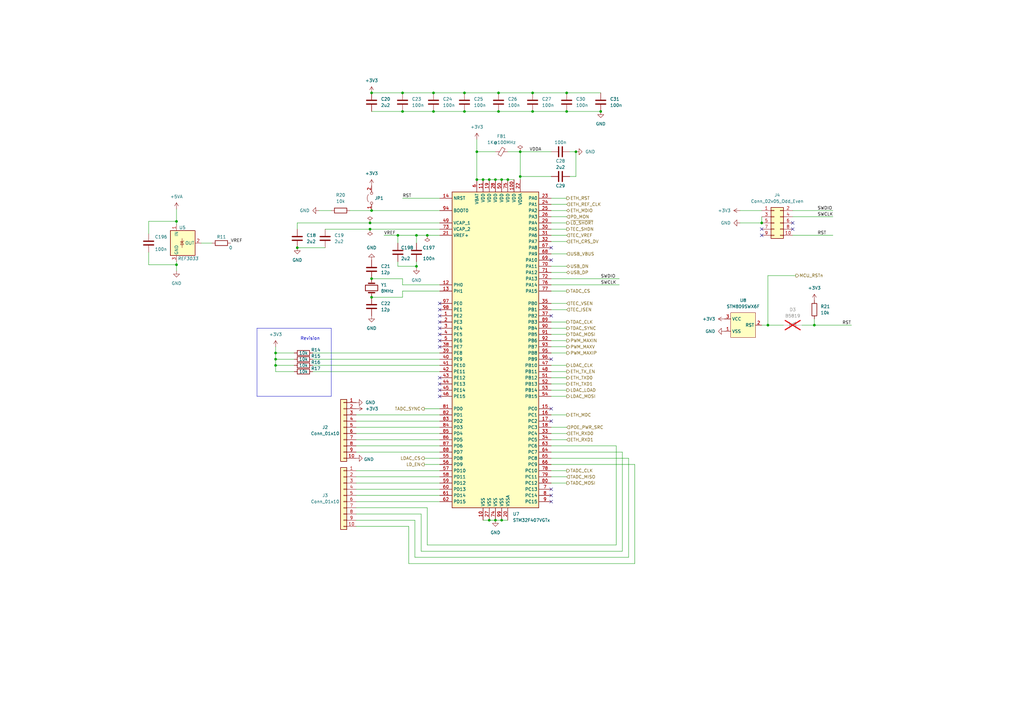
<source format=kicad_sch>
(kicad_sch (version 20230121) (generator eeschema)
  (paper "A3")
  (title_block (title "Kirdy") (date "2022-07-03") (rev "r0.1") (company "M-Labs") (comment 1 "Alex Wong Tat Hang"))
  (lib_symbols
    (symbol "Connector_Generic:Conn_01x10" (pin_names (offset 1.016) hide)
      (property "Reference" "J" (at 0 12.7 0))
      (property "Value" "Conn_01x10" (at 0 -15.24 0))
      (symbol "Conn_01x10_1_1"
        (rectangle (start -1.27 -12.573) (end 0 -12.827) (stroke (width 0.1524)))
        (rectangle (start -1.27 -10.033) (end 0 -10.287) (stroke (width 0.1524)))
        (rectangle (start -1.27 -7.493) (end 0 -7.747) (stroke (width 0.1524)))
        (rectangle (start -1.27 -4.953) (end 0 -5.207) (stroke (width 0.1524)))
        (rectangle (start -1.27 -2.413) (end 0 -2.667) (stroke (width 0.1524)))
        (rectangle (start -1.27 0.127) (end 0 -0.127) (stroke (width 0.1524)))
        (rectangle (start -1.27 2.667) (end 0 2.413) (stroke (width 0.1524)))
        (rectangle (start -1.27 5.207) (end 0 4.953) (stroke (width 0.1524)))
        (rectangle (start -1.27 7.747) (end 0 7.493) (stroke (width 0.1524)))
        (rectangle (start -1.27 10.287) (end 0 10.033) (stroke (width 0.1524)))
        (rectangle (start -1.27 11.43) (end 1.27 -13.97) (stroke (width 0.254)) (fill (type background)))
        (pin passive line (at -5.08 10.16 0) (length 3.81) (name "Pin_1") (number "1"))
        (pin passive line (at -5.08 -12.7 0) (length 3.81) (name "Pin_10") (number "10"))
        (pin passive line (at -5.08 7.62 0) (length 3.81) (name "Pin_2") (number "2"))
        (pin passive line (at -5.08 5.08 0) (length 3.81) (name "Pin_3") (number "3"))
        (pin passive line (at -5.08 2.54 0) (length 3.81) (name "Pin_4") (number "4"))
        (pin passive line (at -5.08 0 0) (length 3.81) (name "Pin_5") (number "5"))
        (pin passive line (at -5.08 -2.54 0) (length 3.81) (name "Pin_6") (number "6"))
        (pin passive line (at -5.08 -5.08 0) (length 3.81) (name "Pin_7") (number "7"))
        (pin passive line (at -5.08 -7.62 0) (length 3.81) (name "Pin_8") (number "8"))
        (pin passive line (at -5.08 -10.16 0) (length 3.81) (name "Pin_9") (number "9"))
      )
    )
    (symbol "Connector_Generic:Conn_02x05_Odd_Even" (pin_names (offset 1.016) hide)
      (property "Reference" "J" (at 1.27 7.62 0))
      (property "Value" "Conn_02x05_Odd_Even" (at 1.27 -7.62 0))
      (symbol "Conn_02x05_Odd_Even_1_1"
        (rectangle (start -1.27 -4.953) (end 0 -5.207) (stroke (width 0.1524)))
        (rectangle (start -1.27 -2.413) (end 0 -2.667) (stroke (width 0.1524)))
        (rectangle (start -1.27 0.127) (end 0 -0.127) (stroke (width 0.1524)))
        (rectangle (start -1.27 2.667) (end 0 2.413) (stroke (width 0.1524)))
        (rectangle (start -1.27 5.207) (end 0 4.953) (stroke (width 0.1524)))
        (rectangle (start -1.27 6.35) (end 3.81 -6.35) (stroke (width 0.254)) (fill (type background)))
        (rectangle (start 3.81 -4.953) (end 2.54 -5.207) (stroke (width 0.1524)))
        (rectangle (start 3.81 -2.413) (end 2.54 -2.667) (stroke (width 0.1524)))
        (rectangle (start 3.81 0.127) (end 2.54 -0.127) (stroke (width 0.1524)))
        (rectangle (start 3.81 2.667) (end 2.54 2.413) (stroke (width 0.1524)))
        (rectangle (start 3.81 5.207) (end 2.54 4.953) (stroke (width 0.1524)))
        (pin passive line (at -5.08 5.08 0) (length 3.81) (name "Pin_1") (number "1"))
        (pin passive line (at 7.62 -5.08 180) (length 3.81) (name "Pin_10") (number "10"))
        (pin passive line (at 7.62 5.08 180) (length 3.81) (name "Pin_2") (number "2"))
        (pin passive line (at -5.08 2.54 0) (length 3.81) (name "Pin_3") (number "3"))
        (pin passive line (at 7.62 2.54 180) (length 3.81) (name "Pin_4") (number "4"))
        (pin passive line (at -5.08 0 0) (length 3.81) (name "Pin_5") (number "5"))
        (pin passive line (at 7.62 0 180) (length 3.81) (name "Pin_6") (number "6"))
        (pin passive line (at -5.08 -2.54 0) (length 3.81) (name "Pin_7") (number "7"))
        (pin passive line (at 7.62 -2.54 180) (length 3.81) (name "Pin_8") (number "8"))
        (pin passive line (at -5.08 -5.08 0) (length 3.81) (name "Pin_9") (number "9"))
      )
    )
    (symbol "Device:C" (pin_numbers hide) (pin_names (offset 0.254))
      (property "Reference" "C" (at 0.635 2.54 0))
      (property "Value" "C" (at 0.635 -2.54 0))
      (symbol "C_0_1"
        (polyline (pts (xy -2.032 -0.762) (xy 2.032 -0.762)) (stroke (width 0.508)))
        (polyline (pts (xy -2.032 0.762) (xy 2.032 0.762)) (stroke (width 0.508)))
      )
      (symbol "C_1_1"
        (pin passive line (at 0 3.81 270) (length 2.794) (name "~") (number "1"))
        (pin passive line (at 0 -3.81 90) (length 2.794) (name "~") (number "2"))
      )
    )
    (symbol "Device:Crystal" (pin_numbers hide) (pin_names (offset 1.016) hide)
      (property "Reference" "Y" (at 0 3.81 0))
      (property "Value" "Crystal" (at 0 -3.81 0))
      (symbol "Crystal_0_1"
        (rectangle (start -1.143 2.54) (end 1.143 -2.54) (stroke (width 0.3048)))
        (polyline (pts (xy -2.54 0) (xy -1.905 0)))
        (polyline (pts (xy -1.905 -1.27) (xy -1.905 1.27)) (stroke (width 0.508)))
        (polyline (pts (xy 1.905 -1.27) (xy 1.905 1.27)) (stroke (width 0.508)))
        (polyline (pts (xy 2.54 0) (xy 1.905 0)))
      )
      (symbol "Crystal_1_1"
        (pin passive line (at -3.81 0 0) (length 1.27) (name "1") (number "1"))
        (pin passive line (at 3.81 0 180) (length 1.27) (name "2") (number "2"))
      )
    )
    (symbol "Device:D_Shockley" (pin_numbers hide) (pin_names (offset 1.016) hide)
      (property "Reference" "D" (at 0 2.54 0))
      (property "Value" "D_Shockley" (at 0 -2.54 0))
      (symbol "D_Shockley_0_1"
        (polyline (pts (xy -1.27 0) (xy 1.27 0)))
        (polyline (pts (xy -1.27 1.27) (xy -1.27 -1.27)) (stroke (width 0.254)))
        (polyline (pts (xy -1.27 0) (xy 1.27 1.27) (xy 1.27 -1.27)) (stroke (width 0.254)))
      )
      (symbol "D_Shockley_1_1"
        (pin passive line (at -3.81 0 0) (length 2.54) (name "K") (number "1"))
        (pin passive line (at 3.81 0 180) (length 2.54) (name "A") (number "2"))
      )
    )
    (symbol "Device:FerriteBead_Small" (pin_numbers hide) (pin_names (offset 0))
      (property "Reference" "FB" (at 1.905 1.27 0))
      (property "Value" "FerriteBead_Small" (at 1.905 -1.27 0))
      (symbol "FerriteBead_Small_0_1"
        (polyline (pts (xy 0 -1.27) (xy 0 -0.7874)))
        (polyline (pts (xy 0 0.889) (xy 0 1.2954)))
        (polyline (pts (xy -1.8288 0.2794) (xy -1.1176 1.4986) (xy 1.8288 -0.2032) (xy 1.1176 -1.4224) (xy -1.8288 0.2794)))
      )
      (symbol "FerriteBead_Small_1_1"
        (pin passive line (at 0 2.54 270) (length 1.27) (name "~") (number "1"))
        (pin passive line (at 0 -2.54 90) (length 1.27) (name "~") (number "2"))
      )
    )
    (symbol "Device:R" (pin_numbers hide) (pin_names (offset 0))
      (property "Reference" "R" (at 2.032 0 90))
      (property "Value" "R" (at 0 0 90))
      (symbol "R_0_1"
        (rectangle (start -1.016 -2.54) (end 1.016 2.54) (stroke (width 0.254)))
      )
      (symbol "R_1_1"
        (pin passive line (at 0 3.81 270) (length 1.27) (name "~") (number "1"))
        (pin passive line (at 0 -3.81 90) (length 1.27) (name "~") (number "2"))
      )
    )
    (symbol "Jumper:Jumper_2_Open" (pin_names (offset 0) hide)
      (property "Reference" "JP" (at 0 2.794 0))
      (property "Value" "Jumper_2_Open" (at 0 -2.286 0))
      (symbol "Jumper_2_Open_0_0"
        (circle (center -2.032 0) (radius 0.508))
        (circle (center 2.032 0) (radius 0.508))
      )
      (symbol "Jumper_2_Open_0_1"
        (arc (start 1.524 1.27) (mid 0 1.778) (end -1.524 1.27))
      )
      (symbol "Jumper_2_Open_1_1"
        (pin passive line (at -5.08 0 0) (length 2.54) (name "A") (number "1"))
        (pin passive line (at 5.08 0 180) (length 2.54) (name "B") (number "2"))
      )
    )
    (symbol "MCU_ST_STM32F4:STM32F407VGTx"
      (property "Reference" "U" (at -17.78 64.77 0))
      (property "Value" "STM32F407VGTx" (at 12.7 64.77 0))
      (symbol "STM32F407VGTx_0_1"
        (rectangle (start -17.78 -66.04) (end 17.78 63.5) (stroke (width 0.254)) (fill (type background)))
      )
      (symbol "STM32F407VGTx_1_1"
        (pin bidirectional line (at -22.86 12.7 0) (length 5.08) (name "PE2") (number "1"))
        (pin power_in line (at -5.08 -71.12 90) (length 5.08) (name "VSS") (number "10"))
        (pin power_in line (at 7.62 68.58 270) (length 5.08) (name "VDD") (number "100"))
        (pin power_in line (at -5.08 68.58 270) (length 5.08) (name "VDD") (number "11"))
        (pin input line (at -22.86 25.4 0) (length 5.08) (name "PH0") (number "12"))
        (pin input line (at -22.86 22.86 0) (length 5.08) (name "PH1") (number "13"))
        (pin input line (at -22.86 60.96 0) (length 5.08) (name "NRST") (number "14"))
        (pin bidirectional line (at 22.86 -25.4 180) (length 5.08) (name "PC0") (number "15"))
        (pin bidirectional line (at 22.86 -27.94 180) (length 5.08) (name "PC1") (number "16"))
        (pin bidirectional line (at 22.86 -30.48 180) (length 5.08) (name "PC2") (number "17"))
        (pin bidirectional line (at 22.86 -33.02 180) (length 5.08) (name "PC3") (number "18"))
        (pin power_in line (at -2.54 68.58 270) (length 5.08) (name "VDD") (number "19"))
        (pin bidirectional line (at -22.86 10.16 0) (length 5.08) (name "PE3") (number "2"))
        (pin power_in line (at 5.08 -71.12 90) (length 5.08) (name "VSSA") (number "20"))
        (pin power_in line (at -22.86 45.72 0) (length 5.08) (name "VREF+") (number "21"))
        (pin power_in line (at 10.16 68.58 270) (length 5.08) (name "VDDA") (number "22"))
        (pin bidirectional line (at 22.86 60.96 180) (length 5.08) (name "PA0") (number "23"))
        (pin bidirectional line (at 22.86 58.42 180) (length 5.08) (name "PA1") (number "24"))
        (pin bidirectional line (at 22.86 55.88 180) (length 5.08) (name "PA2") (number "25"))
        (pin bidirectional line (at 22.86 53.34 180) (length 5.08) (name "PA3") (number "26"))
        (pin power_in line (at -2.54 -71.12 90) (length 5.08) (name "VSS") (number "27"))
        (pin power_in line (at 0 68.58 270) (length 5.08) (name "VDD") (number "28"))
        (pin bidirectional line (at 22.86 50.8 180) (length 5.08) (name "PA4") (number "29"))
        (pin bidirectional line (at -22.86 7.62 0) (length 5.08) (name "PE4") (number "3"))
        (pin bidirectional line (at 22.86 48.26 180) (length 5.08) (name "PA5") (number "30"))
        (pin bidirectional line (at 22.86 45.72 180) (length 5.08) (name "PA6") (number "31"))
        (pin bidirectional line (at 22.86 43.18 180) (length 5.08) (name "PA7") (number "32"))
        (pin bidirectional line (at 22.86 -35.56 180) (length 5.08) (name "PC4") (number "33"))
        (pin bidirectional line (at 22.86 -38.1 180) (length 5.08) (name "PC5") (number "34"))
        (pin bidirectional line (at 22.86 17.78 180) (length 5.08) (name "PB0") (number "35"))
        (pin bidirectional line (at 22.86 15.24 180) (length 5.08) (name "PB1") (number "36"))
        (pin bidirectional line (at 22.86 12.7 180) (length 5.08) (name "PB2") (number "37"))
        (pin bidirectional line (at -22.86 0 0) (length 5.08) (name "PE7") (number "38"))
        (pin bidirectional line (at -22.86 -2.54 0) (length 5.08) (name "PE8") (number "39"))
        (pin bidirectional line (at -22.86 5.08 0) (length 5.08) (name "PE5") (number "4"))
        (pin bidirectional line (at -22.86 -5.08 0) (length 5.08) (name "PE9") (number "40"))
        (pin bidirectional line (at -22.86 -7.62 0) (length 5.08) (name "PE10") (number "41"))
        (pin bidirectional line (at -22.86 -10.16 0) (length 5.08) (name "PE11") (number "42"))
        (pin bidirectional line (at -22.86 -12.7 0) (length 5.08) (name "PE12") (number "43"))
        (pin bidirectional line (at -22.86 -15.24 0) (length 5.08) (name "PE13") (number "44"))
        (pin bidirectional line (at -22.86 -17.78 0) (length 5.08) (name "PE14") (number "45"))
        (pin bidirectional line (at -22.86 -20.32 0) (length 5.08) (name "PE15") (number "46"))
        (pin bidirectional line (at 22.86 -7.62 180) (length 5.08) (name "PB10") (number "47"))
        (pin bidirectional line (at 22.86 -10.16 180) (length 5.08) (name "PB11") (number "48"))
        (pin power_in line (at -22.86 50.8 0) (length 5.08) (name "VCAP_1") (number "49"))
        (pin bidirectional line (at -22.86 2.54 0) (length 5.08) (name "PE6") (number "5"))
        (pin power_in line (at 2.54 68.58 270) (length 5.08) (name "VDD") (number "50"))
        (pin bidirectional line (at 22.86 -12.7 180) (length 5.08) (name "PB12") (number "51"))
        (pin bidirectional line (at 22.86 -15.24 180) (length 5.08) (name "PB13") (number "52"))
        (pin bidirectional line (at 22.86 -17.78 180) (length 5.08) (name "PB14") (number "53"))
        (pin bidirectional line (at 22.86 -20.32 180) (length 5.08) (name "PB15") (number "54"))
        (pin bidirectional line (at -22.86 -45.72 0) (length 5.08) (name "PD8") (number "55"))
        (pin bidirectional line (at -22.86 -48.26 0) (length 5.08) (name "PD9") (number "56"))
        (pin bidirectional line (at -22.86 -50.8 0) (length 5.08) (name "PD10") (number "57"))
        (pin bidirectional line (at -22.86 -53.34 0) (length 5.08) (name "PD11") (number "58"))
        (pin bidirectional line (at -22.86 -55.88 0) (length 5.08) (name "PD12") (number "59"))
        (pin power_in line (at -7.62 68.58 270) (length 5.08) (name "VBAT") (number "6"))
        (pin bidirectional line (at -22.86 -58.42 0) (length 5.08) (name "PD13") (number "60"))
        (pin bidirectional line (at -22.86 -60.96 0) (length 5.08) (name "PD14") (number "61"))
        (pin bidirectional line (at -22.86 -63.5 0) (length 5.08) (name "PD15") (number "62"))
        (pin bidirectional line (at 22.86 -40.64 180) (length 5.08) (name "PC6") (number "63"))
        (pin bidirectional line (at 22.86 -43.18 180) (length 5.08) (name "PC7") (number "64"))
        (pin bidirectional line (at 22.86 -45.72 180) (length 5.08) (name "PC8") (number "65"))
        (pin bidirectional line (at 22.86 -48.26 180) (length 5.08) (name "PC9") (number "66"))
        (pin bidirectional line (at 22.86 40.64 180) (length 5.08) (name "PA8") (number "67"))
        (pin bidirectional line (at 22.86 38.1 180) (length 5.08) (name "PA9") (number "68"))
        (pin bidirectional line (at 22.86 35.56 180) (length 5.08) (name "PA10") (number "69"))
        (pin bidirectional line (at 22.86 -58.42 180) (length 5.08) (name "PC13") (number "7"))
        (pin bidirectional line (at 22.86 33.02 180) (length 5.08) (name "PA11") (number "70"))
        (pin bidirectional line (at 22.86 30.48 180) (length 5.08) (name "PA12") (number "71"))
        (pin bidirectional line (at 22.86 27.94 180) (length 5.08) (name "PA13") (number "72"))
        (pin power_in line (at -22.86 48.26 0) (length 5.08) (name "VCAP_2") (number "73"))
        (pin power_in line (at 0 -71.12 90) (length 5.08) (name "VSS") (number "74"))
        (pin power_in line (at 5.08 68.58 270) (length 5.08) (name "VDD") (number "75"))
        (pin bidirectional line (at 22.86 25.4 180) (length 5.08) (name "PA14") (number "76"))
        (pin bidirectional line (at 22.86 22.86 180) (length 5.08) (name "PA15") (number "77"))
        (pin bidirectional line (at 22.86 -50.8 180) (length 5.08) (name "PC10") (number "78"))
        (pin bidirectional line (at 22.86 -53.34 180) (length 5.08) (name "PC11") (number "79"))
        (pin bidirectional line (at 22.86 -60.96 180) (length 5.08) (name "PC14") (number "8"))
        (pin bidirectional line (at 22.86 -55.88 180) (length 5.08) (name "PC12") (number "80"))
        (pin bidirectional line (at -22.86 -25.4 0) (length 5.08) (name "PD0") (number "81"))
        (pin bidirectional line (at -22.86 -27.94 0) (length 5.08) (name "PD1") (number "82"))
        (pin bidirectional line (at -22.86 -30.48 0) (length 5.08) (name "PD2") (number "83"))
        (pin bidirectional line (at -22.86 -33.02 0) (length 5.08) (name "PD3") (number "84"))
        (pin bidirectional line (at -22.86 -35.56 0) (length 5.08) (name "PD4") (number "85"))
        (pin bidirectional line (at -22.86 -38.1 0) (length 5.08) (name "PD5") (number "86"))
        (pin bidirectional line (at -22.86 -40.64 0) (length 5.08) (name "PD6") (number "87"))
        (pin bidirectional line (at -22.86 -43.18 0) (length 5.08) (name "PD7") (number "88"))
        (pin bidirectional line (at 22.86 10.16 180) (length 5.08) (name "PB3") (number "89"))
        (pin bidirectional line (at 22.86 -63.5 180) (length 5.08) (name "PC15") (number "9"))
        (pin bidirectional line (at 22.86 7.62 180) (length 5.08) (name "PB4") (number "90"))
        (pin bidirectional line (at 22.86 5.08 180) (length 5.08) (name "PB5") (number "91"))
        (pin bidirectional line (at 22.86 2.54 180) (length 5.08) (name "PB6") (number "92"))
        (pin bidirectional line (at 22.86 0 180) (length 5.08) (name "PB7") (number "93"))
        (pin input line (at -22.86 55.88 0) (length 5.08) (name "BOOT0") (number "94"))
        (pin bidirectional line (at 22.86 -2.54 180) (length 5.08) (name "PB8") (number "95"))
        (pin bidirectional line (at 22.86 -5.08 180) (length 5.08) (name "PB9") (number "96"))
        (pin bidirectional line (at -22.86 17.78 0) (length 5.08) (name "PE0") (number "97"))
        (pin bidirectional line (at -22.86 15.24 0) (length 5.08) (name "PE1") (number "98"))
        (pin power_in line (at 2.54 -71.12 90) (length 5.08) (name "VSS") (number "99"))
      )
    )
    (symbol "Reference_Voltage:REF3033" (pin_names (offset 0.254))
      (property "Reference" "U" (at 0 6.35 0))
      (property "Value" "REF3033" (at 2.54 -6.35 0))
      (symbol "REF3033_0_1"
        (rectangle (start -5.08 5.08) (end 5.08 -5.08) (stroke (width 0.254)) (fill (type background)))
        (polyline (pts (xy -0.254 1.905) (xy -0.254 -1.905)))
        (polyline (pts (xy -0.889 -0.635) (xy 0.381 -0.635) (xy -0.254 0.635) (xy -0.889 -0.635)))
        (polyline (pts (xy 0.381 1.016) (xy 0.381 0.635) (xy -0.889 0.635) (xy -0.889 0.254)))
      )
      (symbol "REF3033_1_1"
        (pin power_in line (at -2.54 7.62 270) (length 2.54) (name "IN") (number "1"))
        (pin power_out line (at 7.62 0 180) (length 2.54) (name "OUT") (number "2"))
        (pin power_in line (at -2.54 -7.62 90) (length 2.54) (name "GND") (number "3"))
      )
    )
    (symbol "kirdy:STM809SWX6F"
      (property "Reference" "U" (at 0 -10.16 0))
      (property "Value" "STM809SWX6F" (at 0 -7.62 0))
      (symbol "STM809SWX6F_0_0"
        (pin power_in line (at -7.62 -2.54 0) (length 2.54) (name "VSS") (number "1"))
        (pin output line (at 7.62 0 180) (length 2.54) (name "RST") (number "2"))
        (pin power_in line (at -7.62 2.54 0) (length 2.54) (name "VCC") (number "3"))
      )
      (symbol "STM809SWX6F_0_1"
        (rectangle (start -5.08 5.08) (end 5.08 -5.08) (fill (type background)))
      )
    )
    (symbol "power:+3V3" (power) (pin_names (offset 0))
      (property "Value" "+3V3" (at 0 3.556 0))
      (symbol "+3V3_0_1"
        (polyline (pts (xy -0.762 1.27) (xy 0 2.54)))
        (polyline (pts (xy 0 0) (xy 0 2.54)))
        (polyline (pts (xy 0 2.54) (xy 0.762 1.27)))
      )
      (symbol "+3V3_1_1"
        (pin power_in line (at 0 0 90) (length 0) hide (name "+3V3") (number "1"))
      )
    )
    (symbol "power:+5VA" (power) (pin_names (offset 0))
      (property "Value" "+5VA" (at 0 3.556 0))
      (symbol "+5VA_0_1"
        (polyline (pts (xy -0.762 1.27) (xy 0 2.54)))
        (polyline (pts (xy 0 0) (xy 0 2.54)))
        (polyline (pts (xy 0 2.54) (xy 0.762 1.27)))
      )
      (symbol "+5VA_1_1"
        (pin power_in line (at 0 0 90) (length 0) hide (name "+5VA") (number "1"))
      )
    )
    (symbol "power:GND" (power) (pin_names (offset 0))
      (property "Value" "GND" (at 0 -3.81 0))
      (symbol "GND_0_1"
        (polyline (pts (xy 0 0) (xy 0 -1.27) (xy 1.27 -1.27) (xy 0 -2.54) (xy -1.27 -1.27) (xy 0 -1.27)))
      )
      (symbol "GND_1_1"
        (pin power_in line (at 0 0 270) (length 0) hide (name "GND") (number "1"))
      )
    )
    (symbol "power:PWR_FLAG" (power) (pin_numbers hide) (pin_names (offset 0) hide)
      (property "Value" "PWR_FLAG" (at 0 3.81 0))
      (symbol "PWR_FLAG_0_0"
        (pin power_out line (at 0 0 90) (length 0) (name "pwr") (number "1"))
      )
      (symbol "PWR_FLAG_0_1"
        (polyline (pts (xy 0 0) (xy 0 1.27) (xy -1.016 1.905) (xy 0 2.54) (xy 1.016 1.905) (xy 0 1.27)))
      )
    )
  )
  (junction (at 165.1 38.1))
  (junction (at 152.4 114.3))
  (junction (at 198.12 73.66))
  (junction (at 205.74 213.36))
  (junction (at 177.8 38.1))
  (junction (at 213.36 72.39))
  (junction (at 236.22 62.23))
  (junction (at 152.4 38.1))
  (junction (at 195.58 73.66))
  (junction (at 121.92 101.6))
  (junction (at 72.39 90.805))
  (junction (at 200.66 73.66))
  (junction (at 170.815 96.52))
  (junction (at 203.2 213.36))
  (junction (at 151.765 91.44))
  (junction (at 175.26 96.52))
  (junction (at 204.47 38.1))
  (junction (at 152.4 86.36))
  (junction (at 177.8 45.72))
  (junction (at 232.41 45.72))
  (junction (at 314.96 133.35))
  (junction (at 200.66 213.36))
  (junction (at 208.28 73.66))
  (junction (at 113.03 144.78))
  (junction (at 190.5 45.72))
  (junction (at 165.1 45.72))
  (junction (at 203.2 73.66))
  (junction (at 232.41 38.1))
  (junction (at 334.01 133.35))
  (junction (at 213.36 62.23))
  (junction (at 170.815 109.22))
  (junction (at 190.5 38.1))
  (junction (at 204.47 45.72))
  (junction (at 113.03 147.32))
  (junction (at 218.44 38.1))
  (junction (at 246.38 45.72))
  (junction (at 151.765 93.98))
  (junction (at 205.74 73.66))
  (junction (at 152.4 121.92))
  (junction (at 195.58 62.23))
  (junction (at 312.42 91.44))
  (junction (at 218.44 45.72))
  (junction (at 72.39 108.585))
  (junction (at 113.03 149.86))
  (junction (at 163.195 96.52))
  (no_connect (at 312.42 96.52))
  (no_connect (at 325.12 93.98))
  (no_connect (at 325.12 91.44))
  (no_connect (at 180.34 157.48))
  (no_connect (at 180.34 154.94))
  (no_connect (at 312.42 93.98))
  (no_connect (at 226.06 172.72))
  (no_connect (at 226.06 101.6))
  (no_connect (at 226.06 200.66))
  (no_connect (at 226.06 203.2))
  (no_connect (at 226.06 205.74))
  (no_connect (at 226.06 106.68))
  (no_connect (at 226.06 129.54))
  (no_connect (at 180.34 129.54))
  (no_connect (at 180.34 124.46))
  (no_connect (at 180.34 127))
  (no_connect (at 226.06 147.32))
  (no_connect (at 226.06 167.64))
  (no_connect (at 180.34 162.56))
  (no_connect (at 180.34 160.02))
  (no_connect (at 180.34 132.08))
  (no_connect (at 180.34 134.62))
  (no_connect (at 180.34 137.16))
  (no_connect (at 180.34 139.7))
  (no_connect (at 180.34 142.24))
  (wire (pts (xy 226.06 180.34) (xy 232.41 180.34)))
  (wire (pts (xy 146.05 205.74) (xy 180.34 205.74)))
  (wire (pts (xy 226.06 170.18) (xy 232.41 170.18)))
  (wire (pts (xy 226.06 160.02) (xy 232.41 160.02)))
  (wire (pts (xy 226.06 99.06) (xy 232.41 99.06)))
  (wire (pts (xy 165.1 116.84) (xy 180.34 116.84)))
  (wire (pts (xy 226.06 104.14) (xy 232.41 104.14)))
  (wire (pts (xy 170.815 109.22) (xy 170.815 109.855)))
  (wire (pts (xy 146.05 203.2) (xy 180.34 203.2)))
  (wire (pts (xy 72.39 85.725) (xy 72.39 90.805)))
  (wire (pts (xy 226.06 86.36) (xy 232.41 86.36)))
  (polyline (pts (xy 105.41 162.56) (xy 135.89 162.56)))
  (wire (pts (xy 175.26 96.52) (xy 180.34 96.52)))
  (wire (pts (xy 257.81 187.96) (xy 257.81 228.6)))
  (wire (pts (xy 198.12 213.36) (xy 200.66 213.36)))
  (wire (pts (xy 218.44 45.72) (xy 232.41 45.72)))
  (wire (pts (xy 312.42 88.9) (xy 312.42 91.44)))
  (wire (pts (xy 165.1 81.28) (xy 180.34 81.28)))
  (wire (pts (xy 233.68 72.39) (xy 236.22 72.39)))
  (wire (pts (xy 172.72 226.06) (xy 172.72 210.82)))
  (wire (pts (xy 146.05 172.72) (xy 180.34 172.72)))
  (wire (pts (xy 72.39 108.585) (xy 60.96 108.585)))
  (wire (pts (xy 195.58 62.23) (xy 203.2 62.23)))
  (wire (pts (xy 175.26 223.52) (xy 175.26 208.28)))
  (wire (pts (xy 121.92 101.6) (xy 133.35 101.6)))
  (wire (pts (xy 170.815 96.52) (xy 170.815 99.695)))
  (wire (pts (xy 175.26 208.28) (xy 146.05 208.28)))
  (wire (pts (xy 173.99 187.96) (xy 180.34 187.96)))
  (wire (pts (xy 325.12 96.52) (xy 341.63 96.52)))
  (wire (pts (xy 203.2 213.36) (xy 205.74 213.36)))
  (wire (pts (xy 328.93 133.35) (xy 334.01 133.35)))
  (wire (pts (xy 312.42 133.35) (xy 314.96 133.35)))
  (wire (pts (xy 226.06 139.7) (xy 232.41 139.7)))
  (polyline (pts (xy 135.89 162.56) (xy 135.89 134.62)))
  (wire (pts (xy 226.06 116.84) (xy 254 116.84)))
  (wire (pts (xy 170.18 228.6) (xy 170.18 213.36)))
  (wire (pts (xy 204.47 38.1) (xy 218.44 38.1)))
  (wire (pts (xy 113.03 152.4) (xy 120.65 152.4)))
  (wire (pts (xy 151.765 91.44) (xy 180.34 91.44)))
  (wire (pts (xy 128.27 149.86) (xy 180.34 149.86)))
  (wire (pts (xy 260.35 231.14) (xy 167.64 231.14)))
  (wire (pts (xy 170.815 107.315) (xy 170.815 109.22)))
  (wire (pts (xy 113.03 149.86) (xy 120.65 149.86)))
  (wire (pts (xy 152.4 45.72) (xy 165.1 45.72)))
  (wire (pts (xy 314.96 113.03) (xy 326.39 113.03)))
  (wire (pts (xy 128.27 147.32) (xy 180.34 147.32)))
  (wire (pts (xy 72.39 107.315) (xy 72.39 108.585)))
  (wire (pts (xy 165.1 119.38) (xy 165.1 121.92)))
  (wire (pts (xy 208.28 62.23) (xy 213.36 62.23)))
  (wire (pts (xy 146.05 170.18) (xy 180.34 170.18)))
  (wire (pts (xy 146.05 193.04) (xy 180.34 193.04)))
  (wire (pts (xy 167.64 215.9) (xy 146.05 215.9)))
  (wire (pts (xy 133.35 93.98) (xy 151.765 93.98)))
  (wire (pts (xy 226.06 177.8) (xy 232.41 177.8)))
  (wire (pts (xy 226.06 193.04) (xy 232.41 193.04)))
  (wire (pts (xy 334.01 133.35) (xy 334.01 130.81)))
  (wire (pts (xy 170.18 213.36) (xy 146.05 213.36)))
  (wire (pts (xy 72.39 90.805) (xy 72.39 92.075)))
  (wire (pts (xy 113.03 147.32) (xy 113.03 149.86)))
  (wire (pts (xy 334.01 133.35) (xy 349.25 133.35)))
  (wire (pts (xy 255.27 226.06) (xy 172.72 226.06)))
  (wire (pts (xy 226.06 154.94) (xy 232.41 154.94)))
  (wire (pts (xy 146.05 195.58) (xy 180.34 195.58)))
  (wire (pts (xy 213.36 62.23) (xy 213.36 72.39)))
  (wire (pts (xy 226.06 111.76) (xy 232.41 111.76)))
  (wire (pts (xy 226.06 134.62) (xy 232.41 134.62)))
  (wire (pts (xy 226.06 182.88) (xy 252.73 182.88)))
  (wire (pts (xy 226.06 187.96) (xy 257.81 187.96)))
  (wire (pts (xy 226.06 149.86) (xy 232.41 149.86)))
  (wire (pts (xy 252.73 223.52) (xy 175.26 223.52)))
  (wire (pts (xy 82.55 99.695) (xy 86.995 99.695)))
  (wire (pts (xy 314.96 133.35) (xy 321.31 133.35)))
  (wire (pts (xy 226.06 137.16) (xy 232.41 137.16)))
  (wire (pts (xy 226.06 185.42) (xy 255.27 185.42)))
  (wire (pts (xy 226.06 93.98) (xy 232.41 93.98)))
  (wire (pts (xy 177.8 38.1) (xy 190.5 38.1)))
  (wire (pts (xy 200.66 213.36) (xy 203.2 213.36)))
  (wire (pts (xy 252.73 182.88) (xy 252.73 223.52)))
  (wire (pts (xy 203.2 73.66) (xy 205.74 73.66)))
  (wire (pts (xy 195.58 62.23) (xy 195.58 73.66)))
  (wire (pts (xy 233.68 62.23) (xy 236.22 62.23)))
  (wire (pts (xy 157.48 96.52) (xy 163.195 96.52)))
  (wire (pts (xy 146.05 182.88) (xy 180.34 182.88)))
  (wire (pts (xy 177.8 45.72) (xy 190.5 45.72)))
  (wire (pts (xy 163.195 109.22) (xy 163.195 107.315)))
  (wire (pts (xy 226.06 190.5) (xy 260.35 190.5)))
  (wire (pts (xy 146.05 175.26) (xy 180.34 175.26)))
  (wire (pts (xy 226.06 198.12) (xy 232.41 198.12)))
  (wire (pts (xy 232.41 38.1) (xy 246.38 38.1)))
  (wire (pts (xy 195.58 73.66) (xy 198.12 73.66)))
  (wire (pts (xy 213.36 62.23) (xy 226.06 62.23)))
  (wire (pts (xy 165.1 121.92) (xy 152.4 121.92)))
  (wire (pts (xy 113.03 144.78) (xy 113.03 147.32)))
  (wire (pts (xy 152.4 86.36) (xy 180.34 86.36)))
  (wire (pts (xy 198.12 73.66) (xy 200.66 73.66)))
  (wire (pts (xy 113.03 144.78) (xy 120.65 144.78)))
  (wire (pts (xy 113.03 149.86) (xy 113.03 152.4)))
  (wire (pts (xy 213.36 72.39) (xy 213.36 73.66)))
  (wire (pts (xy 226.06 124.46) (xy 232.41 124.46)))
  (wire (pts (xy 226.06 152.4) (xy 232.41 152.4)))
  (wire (pts (xy 325.12 86.36) (xy 341.63 86.36)))
  (polyline (pts (xy 105.41 134.62) (xy 105.41 162.56)))
  (wire (pts (xy 226.06 195.58) (xy 232.41 195.58)))
  (wire (pts (xy 146.05 198.12) (xy 180.34 198.12)))
  (wire (pts (xy 163.195 96.52) (xy 170.815 96.52)))
  (wire (pts (xy 113.03 147.32) (xy 120.65 147.32)))
  (wire (pts (xy 208.28 73.66) (xy 210.82 73.66)))
  (wire (pts (xy 165.1 45.72) (xy 177.8 45.72)))
  (wire (pts (xy 165.1 119.38) (xy 180.34 119.38)))
  (wire (pts (xy 226.06 142.24) (xy 232.41 142.24)))
  (wire (pts (xy 165.1 116.84) (xy 165.1 114.3)))
  (wire (pts (xy 226.06 132.08) (xy 232.41 132.08)))
  (wire (pts (xy 121.92 93.98) (xy 121.92 91.44)))
  (wire (pts (xy 146.05 185.42) (xy 180.34 185.42)))
  (wire (pts (xy 213.36 72.39) (xy 226.06 72.39)))
  (wire (pts (xy 236.22 72.39) (xy 236.22 62.23)))
  (wire (pts (xy 205.74 73.66) (xy 208.28 73.66)))
  (wire (pts (xy 226.06 109.22) (xy 232.41 109.22)))
  (wire (pts (xy 113.03 142.24) (xy 113.03 144.78)))
  (wire (pts (xy 146.05 200.66) (xy 180.34 200.66)))
  (wire (pts (xy 163.195 99.695) (xy 163.195 96.52)))
  (wire (pts (xy 303.53 91.44) (xy 312.42 91.44)))
  (wire (pts (xy 218.44 38.1) (xy 232.41 38.1)))
  (wire (pts (xy 226.06 175.26) (xy 232.41 175.26)))
  (wire (pts (xy 226.06 88.9) (xy 232.41 88.9)))
  (wire (pts (xy 60.96 95.885) (xy 60.96 90.805)))
  (wire (pts (xy 232.41 45.72) (xy 246.38 45.72)))
  (wire (pts (xy 314.96 133.35) (xy 314.96 113.03)))
  (wire (pts (xy 226.06 96.52) (xy 232.41 96.52)))
  (wire (pts (xy 195.58 57.15) (xy 195.58 62.23)))
  (wire (pts (xy 226.06 119.38) (xy 232.41 119.38)))
  (wire (pts (xy 173.99 190.5) (xy 180.34 190.5)))
  (wire (pts (xy 72.39 108.585) (xy 72.39 111.125)))
  (wire (pts (xy 190.5 38.1) (xy 204.47 38.1)))
  (wire (pts (xy 165.1 38.1) (xy 177.8 38.1)))
  (wire (pts (xy 260.35 190.5) (xy 260.35 231.14)))
  (wire (pts (xy 152.4 38.1) (xy 165.1 38.1)))
  (wire (pts (xy 204.47 45.72) (xy 218.44 45.72)))
  (wire (pts (xy 257.81 228.6) (xy 170.18 228.6)))
  (wire (pts (xy 60.96 90.805) (xy 72.39 90.805)))
  (wire (pts (xy 170.815 109.22) (xy 163.195 109.22)))
  (wire (pts (xy 226.06 127) (xy 232.41 127)))
  (wire (pts (xy 146.05 180.34) (xy 180.34 180.34)))
  (wire (pts (xy 226.06 81.28) (xy 232.41 81.28)))
  (wire (pts (xy 226.06 83.82) (xy 232.41 83.82)))
  (wire (pts (xy 151.765 93.98) (xy 180.34 93.98)))
  (wire (pts (xy 205.74 213.36) (xy 208.28 213.36)))
  (wire (pts (xy 303.53 86.36) (xy 312.42 86.36)))
  (wire (pts (xy 226.06 144.78) (xy 232.41 144.78)))
  (wire (pts (xy 172.72 210.82) (xy 146.05 210.82)))
  (wire (pts (xy 165.1 114.3) (xy 152.4 114.3)))
  (polyline (pts (xy 105.41 134.62) (xy 135.89 134.62)))
  (wire (pts (xy 143.51 86.36) (xy 152.4 86.36)))
  (wire (pts (xy 226.06 91.44) (xy 232.41 91.44)))
  (wire (pts (xy 130.81 86.36) (xy 135.89 86.36)))
  (wire (pts (xy 121.92 91.44) (xy 151.765 91.44)))
  (wire (pts (xy 226.06 162.56) (xy 232.41 162.56)))
  (wire (pts (xy 190.5 45.72) (xy 204.47 45.72)))
  (wire (pts (xy 170.815 96.52) (xy 175.26 96.52)))
  (wire (pts (xy 128.27 144.78) (xy 180.34 144.78)))
  (wire (pts (xy 226.06 114.3) (xy 254 114.3)))
  (wire (pts (xy 226.06 157.48) (xy 232.41 157.48)))
  (wire (pts (xy 167.64 231.14) (xy 167.64 215.9)))
  (wire (pts (xy 255.27 185.42) (xy 255.27 226.06)))
  (wire (pts (xy 60.96 108.585) (xy 60.96 103.505)))
  (wire (pts (xy 146.05 177.8) (xy 180.34 177.8)))
  (wire (pts (xy 325.12 88.9) (xy 341.63 88.9)))
  (wire (pts (xy 173.99 167.64) (xy 180.34 167.64)))
  (wire (pts (xy 128.27 152.4) (xy 180.34 152.4)))
  (wire (pts (xy 200.66 73.66) (xy 203.2 73.66)))
  (text "Revision\n" (at 123.19 139.7 0) (effects (font (size 1.27 1.27)) (justify left bottom)))
  (label "SWDIO" (at 246.38 114.3 0))
  (label "SWCLK" (at 335.28 88.9 0))
  (label "RST" (at 165.1 81.28 0))
  (label "SWDIO" (at 335.28 86.36 0))
  (label "VREF" (at 157.48 96.52 0))
  (label "RST" (at 345.44 133.35 0))
  (label "VDDA" (at 217.17 62.23 0))
  (label "RST" (at 335.28 96.52 0))
  (label "VREF" (at 94.615 99.695 0))
  (label "SWCLK" (at 246.38 116.84 0))
  (hierarchical_label "USB_DP" (shape bidirectional) (at 232.41 111.76 0))
  (hierarchical_label "TEC_VREF" (shape input) (at 232.41 96.52 0))
  (hierarchical_label "ETH_REF_CLK" (shape input) (at 232.41 83.82 0))
  (hierarchical_label "USB_VBUS" (shape input) (at 232.41 104.14 0))
  (hierarchical_label "TADC_CLK" (shape output) (at 232.41 193.04 0))
  (hierarchical_label "TDAC_MOSI" (shape output) (at 232.41 137.16 0))
  (hierarchical_label "PWM_MAXIP" (shape output) (at 232.41 144.78 0))
  (hierarchical_label "USB_DN" (shape bidirectional) (at 232.41 109.22 0))
  (hierarchical_label "ETH_RST" (shape output) (at 232.41 81.28 0))
  (hierarchical_label "TEC_SHDN" (shape output) (at 232.41 93.98 0))
  (hierarchical_label "ETH_TXD1" (shape output) (at 232.41 157.48 0))
  (hierarchical_label "ETH_MDIO" (shape bidirectional) (at 232.41 86.36 0))
  (hierarchical_label "LDAC_MOSI" (shape output) (at 232.41 162.56 0))
  (hierarchical_label "PWM_MAXV" (shape output) (at 232.41 142.24 0))
  (hierarchical_label "POE_PWR_SRC" (shape input) (at 232.41 175.26 0))
  (hierarchical_label "MCU_RSTn" (shape output) (at 326.39 113.03 0))
  (hierarchical_label "TADC_CS" (shape output) (at 232.41 119.38 0))
  (hierarchical_label "ETH_RXD0" (shape input) (at 232.41 177.8 0))
  (hierarchical_label "TADC_MISO" (shape input) (at 232.41 195.58 0))
  (hierarchical_label "~{LD_SHORT}" (shape output) (at 232.41 91.44 0))
  (hierarchical_label "LDAC_CS" (shape output) (at 173.99 187.96 180))
  (hierarchical_label "TADC_MOSI" (shape output) (at 232.41 198.12 0))
  (hierarchical_label "ETH_CRS_DV" (shape input) (at 232.41 99.06 0))
  (hierarchical_label "LD_EN" (shape output) (at 173.99 190.5 180))
  (hierarchical_label "TADC_SYNC" (shape output) (at 173.99 167.64 180))
  (hierarchical_label "PWM_MAXIN" (shape output) (at 232.41 139.7 0))
  (hierarchical_label "TEC_ISEN" (shape input) (at 232.41 127 0))
  (hierarchical_label "TEC_VSEN" (shape input) (at 232.41 124.46 0))
  (hierarchical_label "ETH_TX_EN" (shape output) (at 232.41 152.4 0))
  (hierarchical_label "TDAC_SYNC" (shape output) (at 232.41 134.62 0))
  (hierarchical_label "ETH_TXD0" (shape output) (at 232.41 154.94 0))
  (hierarchical_label "PD_MON" (shape input) (at 232.41 88.9 0))
  (hierarchical_label "ETH_RXD1" (shape input) (at 232.41 180.34 0))
  (hierarchical_label "LDAC_LOAD" (shape output) (at 232.41 160.02 0))
  (hierarchical_label "ETH_MDC" (shape output) (at 232.41 170.18 0))
  (hierarchical_label "LDAC_CLK" (shape output) (at 232.41 149.86 0))
  (hierarchical_label "TDAC_CLK" (shape output) (at 232.41 132.08 0))
  (symbol (lib_id "Connector_Generic:Conn_02x05_Odd_Even") (at 317.5 91.44 0) (unit 1)
    (property "Reference" "J4" (at 318.77 80.01 0))
    (property "Value" "Conn_02x05_Odd_Even" (at 318.77 82.55 0))
    (property "Footprint" "Connector_PinHeader_1.27mm:PinHeader_2x05_P1.27mm_Vertical_SMD" (effects hide))
    (property "MFR_PN" "M50-3600542" (effects hide))
  )
  (symbol (lib_id "Device:FerriteBead_Small") (at 205.74 62.23 90) (unit 1)
    (property "Reference" "FB1" (at 205.7019 55.88 90))
    (property "Value" "1K@100MHz" (at 205.7019 58.42 90))
    (property "Footprint" "Inductor_SMD:L_1210_3225Metric" (effects hide))
    (property "MFR_PN" "FBMH3225HM102NT" (effects hide))
    (property "MFR_PN_ALT" "FBMH3225HM102NTV" (effects hide))
  )
  (symbol (lib_id "Device:C") (at 170.815 103.505 180) (unit 1)
    (property "Reference" "C197" (at 175.895 101.6 0))
    (property "Value" "100n" (at 175.895 106.045 0))
    (property "Footprint" "Capacitor_SMD:C_0603_1608Metric" (effects hide))
    (property "MFR_PN" "CL10B104KB8NNWC" (effects hide))
    (property "MFR_PN_ALT" "CL10B104KB8NNNL" (effects hide))
  )
  (symbol (lib_id "power:+3V3") (at 152.4 76.2 0) (unit 1)
    (property "Reference" "#PWR045" (effects hide))
    (property "Value" "+3V3" (at 152.4 71.12 0))
  )
  (symbol (lib_id "Device:C") (at 133.35 97.79 0) (unit 1)
    (property "Reference" "C19" (at 137.16 96.5199 0) (effects (justify left)))
    (property "Value" "2u2" (at 137.16 99.0599 0) (effects (justify left)))
    (property "Footprint" "Capacitor_SMD:C_0603_1608Metric" (effects hide))
    (property "MFR_PN" "CL10B225KP8NNNC" (effects hide))
    (property "MFR_PN_ALT" "CGA3E1X7R0J225K080AC" (effects hide))
  )
  (symbol (lib_id "power:PWR_FLAG") (at 213.36 62.23 0) (unit 1)
    (property "Reference" "#FLG08" (effects hide))
    (property "Value" "PWR_FLAG" (effects hide))
  )
  (symbol (lib_id "Connector_Generic:Conn_01x10") (at 140.97 175.26 0) (mirror y) (unit 1)
    (property "Reference" "J2" (at 133.35 175.26 0))
    (property "Value" "Conn_01x10" (at 133.35 177.8 0))
    (property "Footprint" "Connector_PinHeader_2.54mm:PinHeader_1x10_P2.54mm_Vertical" (effects hide))
  )
  (symbol (lib_id "Device:R") (at 334.01 127 0) (unit 1)
    (property "Reference" "R21" (at 336.55 125.7299 0) (effects (justify left)))
    (property "Value" "10k" (at 336.55 128.2699 0) (effects (justify left)))
    (property "Footprint" "Resistor_SMD:R_0603_1608Metric" (effects hide))
    (property "MFR_PN" "RNCP0603FTD10K0" (effects hide))
    (property "MFR_PN_ALT" "RMCF0603FT10K0" (effects hide))
  )
  (symbol (lib_id "Device:C") (at 60.96 99.695 0) (unit 1)
    (property "Reference" "C196" (at 63.5 97.155 0) (effects (justify left)))
    (property "Value" "100n" (at 63.5 102.235 0) (effects (justify left)))
    (property "Footprint" "Capacitor_SMD:C_0603_1608Metric" (effects hide))
    (property "MFR_PN" "CL10B104KB8NNWC" (effects hide))
    (property "MFR_PN_ALT" "CL10B104KB8NNNL" (effects hide))
  )
  (symbol (lib_id "kirdy:STM809SWX6F") (at 304.8 133.35 0) (unit 1)
    (property "Reference" "U8" (at 304.8 123.19 0))
    (property "Value" "STM809SWX6F" (at 304.8 125.73 0))
    (property "Footprint" "Package_TO_SOT_SMD:SOT-23" (effects hide))
    (property "MFR_PN" "STM809SWX6F" (effects hide))
  )
  (symbol (lib_id "Device:C") (at 177.8 41.91 0) (unit 1)
    (property "Reference" "C24" (at 181.61 40.6399 0) (effects (justify left)))
    (property "Value" "100n" (at 181.61 43.1799 0) (effects (justify left)))
    (property "Footprint" "Capacitor_SMD:C_0603_1608Metric" (effects hide))
    (property "MFR_PN" "CL10B104KB8NNWC" (effects hide))
    (property "MFR_PN_ALT" "CL10B104KB8NNNL" (effects hide))
  )
  (symbol (lib_id "Device:C") (at 232.41 41.91 0) (unit 1)
    (property "Reference" "C30" (at 236.22 40.6399 0) (effects (justify left)))
    (property "Value" "100n" (at 236.22 43.1799 0) (effects (justify left)))
    (property "Footprint" "Capacitor_SMD:C_0603_1608Metric" (effects hide))
    (property "MFR_PN" "CL10B104KB8NNWC" (effects hide))
    (property "MFR_PN_ALT" "CL10B104KB8NNNL" (effects hide))
  )
  (symbol (lib_id "Device:C") (at 163.195 103.505 180) (unit 1)
    (property "Reference" "C198" (at 167.005 101.6 0))
    (property "Value" "2u2" (at 166.37 106.045 0))
    (property "Footprint" "Capacitor_SMD:C_0603_1608Metric" (effects hide))
    (property "MFR_PN" "CL10B225KP8NNNC" (effects hide))
    (property "MFR_PN_ALT" "CGA3E1X7R0J225K080AC" (effects hide))
  )
  (symbol (lib_id "Reference_Voltage:REF3033") (at 74.93 99.695 0) (unit 1)
    (property "Reference" "U5" (at 76.2 93.345 0) (effects (justify right)))
    (property "Value" "REF3033" (at 81.28 106.045 0) (effects (font italic) (justify right)))
    (property "Footprint" "Package_TO_SOT_SMD:SOT-23" (effects hide))
    (property "Datasheet" "http://www.ti.com/lit/ds/symlink/ref3033.pdf" (effects hide))
    (property "MFR_PN" "REF3033AIDBZR" (effects hide))
  )
  (symbol (lib_id "Device:R") (at 124.46 149.86 90) (unit 1)
    (property "Reference" "R16" (at 129.54 148.59 90))
    (property "Value" "10k" (at 124.46 149.86 90))
    (property "Footprint" "Resistor_SMD:R_0603_1608Metric" (effects hide))
    (property "MFR_PN" "RNCP0603FTD10K0" (effects hide))
    (property "MFR_PN_ALT" "RMCF0603FT10K0" (effects hide))
  )
  (symbol (lib_id "Device:C") (at 190.5 41.91 0) (unit 1)
    (property "Reference" "C25" (at 194.31 40.6399 0) (effects (justify left)))
    (property "Value" "100n" (at 194.31 43.1799 0) (effects (justify left)))
    (property "Footprint" "Capacitor_SMD:C_0603_1608Metric" (effects hide))
    (property "MFR_PN" "CL10B104KB8NNWC" (effects hide))
    (property "MFR_PN_ALT" "CL10B104KB8NNNL" (effects hide))
  )
  (symbol (lib_id "power:+3V3") (at 334.01 123.19 0) (unit 1)
    (property "Reference" "#PWR056" (effects hide))
    (property "Value" "+3V3" (at 334.01 118.11 0))
  )
  (symbol (lib_id "power:GND") (at 236.22 62.23 90) (unit 1)
    (property "Reference" "#PWR050" (effects hide))
    (property "Value" "GND" (at 240.03 62.2299 90) (effects (justify right)))
  )
  (symbol (lib_id "power:GND") (at 203.2 213.36 0) (unit 1)
    (property "Reference" "#PWR049" (effects hide))
    (property "Value" "GND" (at 203.2 218.44 0))
  )
  (symbol (lib_id "Device:C") (at 246.38 41.91 0) (unit 1)
    (property "Reference" "C31" (at 250.19 40.6399 0) (effects (justify left)))
    (property "Value" "100n" (at 250.19 43.1799 0) (effects (justify left)))
    (property "Footprint" "Capacitor_SMD:C_0603_1608Metric" (effects hide))
    (property "MFR_PN" "CL10B104KB8NNWC" (effects hide))
    (property "MFR_PN_ALT" "CL10B104KB8NNNL" (effects hide))
  )
  (symbol (lib_id "Jumper:Jumper_2_Open") (at 152.4 81.28 90) (unit 1)
    (property "Reference" "JP1" (at 153.67 81.28 90) (effects (justify right)))
    (property "Value" "DNP" (effects hide))
    (property "Footprint" "Connector_PinHeader_2.54mm:PinHeader_1x02_P2.54mm_Vertical" (effects hide))
  )
  (symbol (lib_id "power:+3V3") (at 303.53 86.36 90) (unit 1)
    (property "Reference" "#PWR054" (effects hide))
    (property "Value" "+3V3" (at 299.72 86.3599 90) (effects (justify left)))
  )
  (symbol (lib_id "Device:C") (at 218.44 41.91 0) (unit 1)
    (property "Reference" "C27" (at 222.25 40.6399 0) (effects (justify left)))
    (property "Value" "100n" (at 222.25 43.1799 0) (effects (justify left)))
    (property "Footprint" "Capacitor_SMD:C_0603_1608Metric" (effects hide))
    (property "MFR_PN" "CL10B104KB8NNWC" (effects hide))
    (property "MFR_PN_ALT" "CL10B104KB8NNNL" (effects hide))
  )
  (symbol (lib_id "Device:Crystal") (at 152.4 118.11 90) (unit 1)
    (property "Reference" "Y1" (at 156.21 116.8399 90) (effects (justify right)))
    (property "Value" "8MHz" (at 156.21 119.3799 90) (effects (justify right)))
    (property "Footprint" "Crystal:Crystal_SMD_5032-2Pin_5.0x3.2mm" (effects hide))
    (property "MFR_PN" "ECS-80-12-30Q-DS-TR" (effects hide))
    (property "MFR_PN_ALT" "ECS-80-12-30-JGN-TR" (effects hide))
  )
  (symbol (lib_id "power:PWR_FLAG") (at 151.765 93.98 180) (unit 1)
    (property "Reference" "#FLG04" (effects hide))
    (property "Value" "PWR_FLAG" (effects hide))
  )
  (symbol (lib_id "MCU_ST_STM32F4:STM32F407VGTx") (at 203.2 142.24 0) (unit 1)
    (property "Reference" "U7" (at 210.2994 210.82 0) (effects (justify left)))
    (property "Value" "STM32F407VGTx" (at 210.2994 213.36 0) (effects (justify left)))
    (property "Footprint" "Package_QFP:LQFP-100_14x14mm_P0.5mm" (effects hide))
    (property "Datasheet" "http://www.st.com/st-web-ui/static/active/en/resource/technical/document/datasheet/DM00037051.pdf" (effects hide))
    (property "MFR_PN" "STM32F407VGT6" (effects hide))
  )
  (symbol (lib_id "Device:R") (at 124.46 147.32 90) (unit 1)
    (property "Reference" "R15" (at 129.54 146.05 90))
    (property "Value" "10k" (at 124.46 147.32 90))
    (property "Footprint" "Resistor_SMD:R_0603_1608Metric" (effects hide))
    (property "MFR_PN" "RNCP0603FTD10K0" (effects hide))
    (property "MFR_PN_ALT" "RMCF0603FT10K0" (effects hide))
  )
  (symbol (lib_id "power:PWR_FLAG") (at 151.765 91.44 0) (unit 1)
    (property "Reference" "#FLG03" (effects hide))
    (property "Value" "PWR_FLAG" (effects hide))
  )
  (symbol (lib_id "power:+3V3") (at 113.03 142.24 0) (unit 1)
    (property "Reference" "#PWR041" (effects hide))
    (property "Value" "+3V3" (at 113.03 137.16 0))
  )
  (symbol (lib_id "power:GND") (at 297.18 135.89 270) (unit 1)
    (property "Reference" "#PWR053" (effects hide))
    (property "Value" "GND" (at 293.37 135.8899 90) (effects (justify right)))
  )
  (symbol (lib_id "Device:C") (at 229.87 62.23 90) (unit 1)
    (property "Reference" "C28" (at 229.87 66.04 90))
    (property "Value" "100n" (at 229.87 58.42 90))
    (property "Footprint" "Capacitor_SMD:C_0603_1608Metric" (effects hide))
    (property "MFR_PN" "CL10B104KB8NNWC" (effects hide))
    (property "MFR_PN_ALT" "CL10B104KB8NNNL" (effects hide))
  )
  (symbol (lib_id "power:GND") (at 146.05 165.1 90) (unit 1)
    (property "Reference" "#PWR0131" (effects hide))
    (property "Value" "GND" (at 149.86 165.1 90) (effects (justify right)))
  )
  (symbol (lib_id "power:GND") (at 72.39 111.125 0) (unit 1)
    (property "Reference" "#PWR0177" (effects hide))
    (property "Value" "GND" (at 72.39 116.205 0))
  )
  (symbol (lib_id "Device:C") (at 229.87 72.39 90) (unit 1)
    (property "Reference" "C29" (at 229.87 76.2 90))
    (property "Value" "2u2" (at 229.87 68.58 90))
    (property "Footprint" "Capacitor_SMD:C_0603_1608Metric" (effects hide))
    (property "MFR_PN" "CL10B225KP8NNNC" (effects hide))
    (property "MFR_PN_ALT" "CGA3E1X7R0J225K080AC" (effects hide))
  )
  (symbol (lib_id "Device:C") (at 165.1 41.91 0) (unit 1)
    (property "Reference" "C23" (at 168.91 40.6399 0) (effects (justify left)))
    (property "Value" "100n" (at 168.91 43.1799 0) (effects (justify left)))
    (property "Footprint" "Capacitor_SMD:C_0603_1608Metric" (effects hide))
    (property "MFR_PN" "CL10B104KB8NNWC" (effects hide))
    (property "MFR_PN_ALT" "CL10B104KB8NNNL" (effects hide))
  )
  (symbol (lib_id "Device:R") (at 124.46 144.78 90) (unit 1)
    (property "Reference" "R14" (at 129.54 143.51 90))
    (property "Value" "10k" (at 124.46 144.78 90))
    (property "Footprint" "Resistor_SMD:R_0603_1608Metric" (effects hide))
    (property "MFR_PN" "RNCP0603FTD10K0" (effects hide))
    (property "MFR_PN_ALT" "RMCF0603FT10K0" (effects hide))
  )
  (symbol (lib_id "power:GND") (at 246.38 45.72 0) (unit 1)
    (property "Reference" "#PWR051" (effects hide))
    (property "Value" "GND" (at 246.38 50.8 0))
  )
  (symbol (lib_id "Device:R") (at 124.46 152.4 90) (unit 1)
    (property "Reference" "R17" (at 129.54 151.13 90))
    (property "Value" "10k" (at 124.46 152.4 90))
    (property "Footprint" "Resistor_SMD:R_0603_1608Metric" (effects hide))
    (property "MFR_PN" "RNCP0603FTD10K0" (effects hide))
    (property "MFR_PN_ALT" "RMCF0603FT10K0" (effects hide))
  )
  (symbol (lib_id "power:GND") (at 152.4 129.54 0) (unit 1)
    (property "Reference" "#PWR047" (effects hide))
    (property "Value" "GND" (at 152.4 134.62 0))
  )
  (symbol (lib_id "power:PWR_FLAG") (at 175.26 96.52 180) (unit 1)
    (property "Reference" "#FLG05" (effects hide))
    (property "Value" "PWR_FLAG" (effects hide))
  )
  (symbol (lib_id "Device:C") (at 204.47 41.91 0) (unit 1)
    (property "Reference" "C26" (at 208.28 40.6399 0) (effects (justify left)))
    (property "Value" "100n" (at 208.28 43.1799 0) (effects (justify left)))
    (property "Footprint" "Capacitor_SMD:C_0603_1608Metric" (effects hide))
    (property "MFR_PN" "CL10B104KB8NNWC" (effects hide))
    (property "MFR_PN_ALT" "CL10B104KB8NNNL" (effects hide))
  )
  (symbol (lib_id "power:GND") (at 130.81 86.36 270) (unit 1)
    (property "Reference" "#PWR043" (effects hide))
    (property "Value" "GND" (at 127 86.3599 90) (effects (justify right)))
  )
  (symbol (lib_id "Device:C") (at 121.92 97.79 0) (unit 1)
    (property "Reference" "C18" (at 125.73 96.5199 0) (effects (justify left)))
    (property "Value" "2u2" (at 125.73 99.0599 0) (effects (justify left)))
    (property "Footprint" "Capacitor_SMD:C_0603_1608Metric" (effects hide))
    (property "MFR_PN" "CL10B225KP8NNNC" (effects hide))
    (property "MFR_PN_ALT" "CGA3E1X7R0J225K080AC" (effects hide))
  )
  (symbol (lib_id "Device:R") (at 139.7 86.36 90) (unit 1)
    (property "Reference" "R20" (at 139.7 80.01 90))
    (property "Value" "10k" (at 139.7 82.55 90))
    (property "Footprint" "Resistor_SMD:R_0603_1608Metric" (effects hide))
    (property "MFR_PN" "RNCP0603FTD10K0" (effects hide))
    (property "MFR_PN_ALT" "RMCF0603FT10K0" (effects hide))
  )
  (symbol (lib_id "power:+3V3") (at 195.58 57.15 0) (unit 1)
    (property "Reference" "#PWR048" (effects hide))
    (property "Value" "+3V3" (at 195.58 52.07 0))
  )
  (symbol (lib_id "power:GND") (at 170.815 109.855 0) (unit 1)
    (property "Reference" "#PWR0178" (effects hide))
    (property "Value" "GND" (at 170.815 114.935 0))
  )
  (symbol (lib_id "power:GND") (at 146.05 187.96 90) (unit 1)
    (property "Reference" "#PWR0163" (effects hide))
    (property "Value" "GND" (at 149.225 188.3938 90) (effects (justify right)))
  )
  (symbol (lib_id "power:+3V3") (at 297.18 130.81 90) (unit 1)
    (property "Reference" "#PWR052" (effects hide))
    (property "Value" "+3V3" (at 293.37 130.8099 90) (effects (justify left)))
  )
  (symbol (lib_id "power:GND") (at 303.53 91.44 270) (unit 1)
    (property "Reference" "#PWR055" (effects hide))
    (property "Value" "GND" (at 299.72 91.4399 90) (effects (justify right)))
  )
  (symbol (lib_id "power:+3V3") (at 146.05 167.64 270) (unit 1)
    (property "Reference" "#PWR0162" (effects hide))
    (property "Value" "+3V3" (at 149.86 167.64 90) (effects (justify left)))
  )
  (symbol (lib_id "power:+5VA") (at 72.39 85.725 0) (unit 1)
    (property "Reference" "#PWR074" (effects hide))
    (property "Value" "+5VA" (at 72.39 80.645 0))
    (instances (project "kirdy" (path "" (reference "#PWR074") (unit 1)) (path "" (reference "#PWR0176") (unit 1))))
  )
  (symbol (lib_id "power:GND") (at 121.92 101.6 0) (unit 1)
    (property "Reference" "#PWR042" (effects hide))
    (property "Value" "GND" (at 121.92 106.68 0))
  )
  (symbol (lib_id "Device:C") (at 152.4 125.73 0) (unit 1)
    (property "Reference" "C22" (at 156.21 124.4599 0) (effects (justify left)))
    (property "Value" "12p" (at 156.21 126.9999 0) (effects (justify left)))
    (property "Footprint" "Capacitor_SMD:C_0603_1608Metric" (effects hide))
    (property "MFR_PN" "0603N120J500CT" (effects hide))
    (property "MFR_PN_ALT" "C0603C120K5HAC7867" (effects hide))
  )
  (symbol (lib_id "power:+3V3") (at 152.4 38.1 0) (unit 1)
    (property "Reference" "#PWR044" (effects hide))
    (property "Value" "+3V3" (at 152.4 33.02 0))
  )
  (symbol (lib_id "Device:D_Shockley") (at 325.12 133.35 0) (unit 1) (dnp yes)
    (property "Reference" "D3" (at 325.12 127 0))
    (property "Value" "B5819" (at 325.12 129.54 0))
    (property "Footprint" "Diode_SMD:D_SOD-323" (effects hide))
    (property "MFR_PN" "B5819WS-TP" (effects hide))
  )
  (symbol (lib_id "Device:C") (at 152.4 41.91 0) (unit 1)
    (property "Reference" "C20" (at 156.21 40.6399 0) (effects (justify left)))
    (property "Value" "2u2" (at 156.21 43.1799 0) (effects (justify left)))
    (property "Footprint" "Capacitor_SMD:C_0603_1608Metric" (effects hide))
    (property "MFR_PN" "CL10B225KP8NNNC" (effects hide))
    (property "MFR_PN_ALT" "CGA3E1X7R0J225K080AC" (effects hide))
  )
  (symbol (lib_id "Connector_Generic:Conn_01x10") (at 140.97 203.2 0) (mirror y) (unit 1)
    (property "Reference" "J3" (at 133.35 203.2 0))
    (property "Value" "Conn_01x10" (at 133.35 205.74 0))
    (property "Footprint" "Connector_PinHeader_2.54mm:PinHeader_1x10_P2.54mm_Vertical" (effects hide))
  )
  (symbol (lib_id "Device:R") (at 90.805 99.695 90) (unit 1)
    (property "Reference" "R11" (at 90.805 97.155 90))
    (property "Value" "0" (at 94.615 101.6 90))
    (property "Footprint" "Resistor_SMD:R_0603_1608Metric" (effects hide))
    (property "MFR_PN" "RMCF0603ZT0R00" (effects hide))
    (property "MFR_PN_ALT" "CR0603-J/-000ELF" (effects hide))
    (instances (project "kirdy" (path "" (reference "R11") (unit 1)) (path "" (reference "R113") (unit 1))))
  )
  (symbol (lib_id "Device:C") (at 152.4 110.49 0) (unit 1)
    (property "Reference" "C21" (at 156.21 109.2199 0) (effects (justify left)))
    (property "Value" "12p" (at 156.21 111.7599 0) (effects (justify left)))
    (property "Footprint" "Capacitor_SMD:C_0603_1608Metric" (effects hide))
    (property "MFR_PN" "0603N120J500CT" (effects hide))
    (property "MFR_PN_ALT" "C0603C120K5HAC7867" (effects hide))
  )
  (symbol (lib_id "power:GND") (at 152.4 106.68 180) (unit 1)
    (property "Reference" "#PWR046" (effects hide))
    (property "Value" "GND" (at 152.4 101.6 0))
  )
)
</source>
